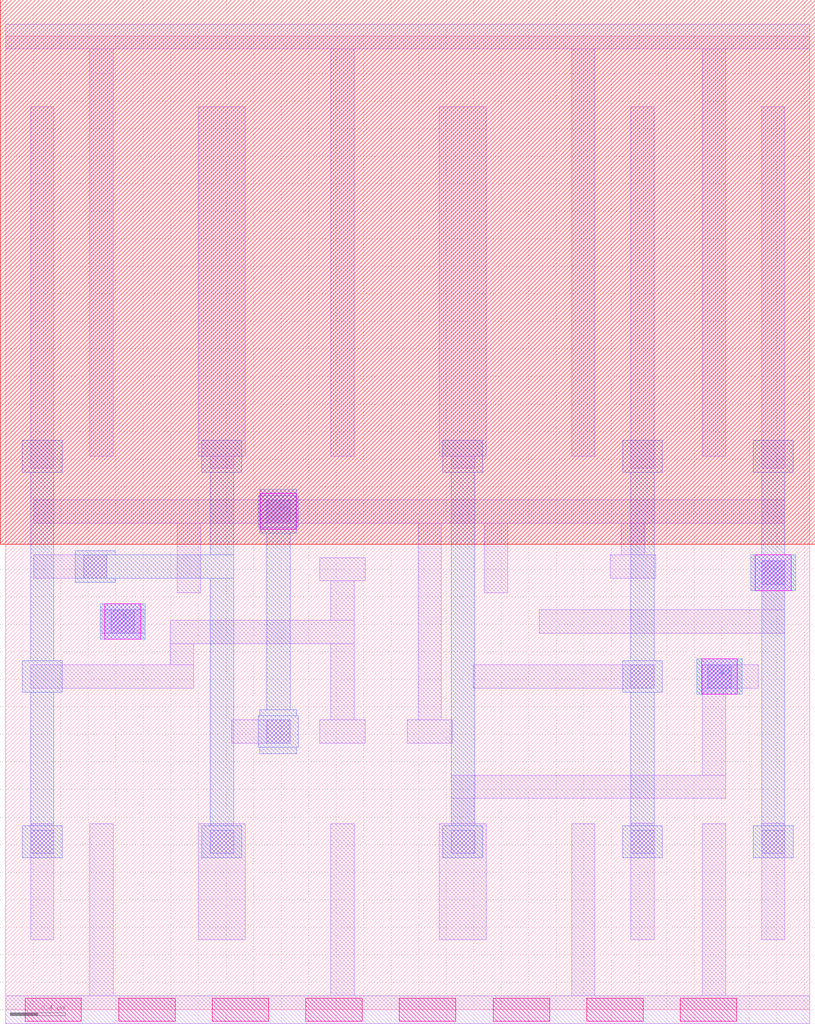
<source format=lef>
# Copyright 2020 The SkyWater PDK Authors
#
# Licensed under the Apache License, Version 2.0 (the "License");
# you may not use this file except in compliance with the License.
# You may obtain a copy of the License at
#
#     https://www.apache.org/licenses/LICENSE-2.0
#
# Unless required by applicable law or agreed to in writing, software
# distributed under the License is distributed on an "AS IS" BASIS,
# WITHOUT WARRANTIES OR CONDITIONS OF ANY KIND, either express or implied.
# See the License for the specific language governing permissions and
# limitations under the License.
#
# SPDX-License-Identifier: Apache-2.0

VERSION 5.7 ;
  NOWIREEXTENSIONATPIN ON ;
  DIVIDERCHAR "/" ;
  BUSBITCHARS "[]" ;
MACRO sky130_fd_bd_sram__openram_dff
  CLASS BLOCK ;
  FOREIGN sky130_fd_bd_sram__openram_dff ;
  ORIGIN  0.000000  0.000000 ;
  SIZE  5.840000 BY  7.070000 ;
  PIN CLK
    ANTENNAGATEAREA  1.800000 ;
    PORT
      LAYER met2 ;
        RECT 1.845000 3.460000 2.115000 3.780000 ;
    END
  END CLK
  PIN D
    ANTENNAGATEAREA  0.600000 ;
    PORT
      LAYER met2 ;
        RECT 0.685000 2.690000 1.015000 2.950000 ;
    END
  END D
  PIN Q
    ANTENNADIFFAREA  1.060000 ;
    ANTENNAGATEAREA  0.600000 ;
    PORT
      LAYER met2 ;
        RECT 5.410000 3.045000 5.740000 3.305000 ;
    END
  END Q
  PIN Q_N
    ANTENNADIFFAREA  1.800000 ;
    ANTENNAGATEAREA  0.600000 ;
    PORT
      LAYER met2 ;
        RECT 5.020000 2.290000 5.350000 2.550000 ;
    END
  END Q_N
  OBS
    LAYER li1 ;
      RECT 0.000000 -0.100000 5.840000 0.100000 ;
      RECT 0.000000  6.980000 5.840000 7.160000 ;
      RECT 0.180000  0.510000 0.350000 1.350000 ;
      RECT 0.180000  2.335000 1.365000 2.505000 ;
      RECT 0.180000  3.935000 0.350000 6.560000 ;
      RECT 0.205000  3.135000 0.735000 3.305000 ;
      RECT 0.205000  3.535000 5.660000 3.705000 ;
      RECT 0.610000  0.100000 0.780000 1.350000 ;
      RECT 0.610000  4.020000 0.780000 6.980000 ;
      RECT 0.685000  2.735000 1.015000 2.905000 ;
      RECT 1.195000  2.505000 1.365000 2.660000 ;
      RECT 1.195000  2.660000 2.530000 2.830000 ;
      RECT 1.245000  3.030000 1.415000 3.535000 ;
      RECT 1.400000  0.510000 1.740000 1.350000 ;
      RECT 1.400000  4.020000 1.740000 6.560000 ;
      RECT 1.485000  3.935000 1.655000 4.020000 ;
      RECT 1.640000  1.935000 2.065000 2.105000 ;
      RECT 2.280000  1.935000 2.610000 2.105000 ;
      RECT 2.280000  3.115000 2.610000 3.285000 ;
      RECT 2.360000  0.100000 2.530000 1.350000 ;
      RECT 2.360000  2.105000 2.530000 2.660000 ;
      RECT 2.360000  2.830000 2.530000 3.115000 ;
      RECT 2.360000  4.020000 2.530000 6.980000 ;
      RECT 2.915000  1.935000 3.245000 2.105000 ;
      RECT 2.995000  2.105000 3.165000 3.535000 ;
      RECT 3.150000  0.510000 3.490000 1.350000 ;
      RECT 3.150000  4.020000 3.490000 6.560000 ;
      RECT 3.235000  1.350000 3.405000 1.535000 ;
      RECT 3.235000  1.535000 5.230000 1.705000 ;
      RECT 3.235000  3.935000 3.405000 4.020000 ;
      RECT 3.395000  2.335000 4.710000 2.505000 ;
      RECT 3.475000  3.030000 3.645000 3.535000 ;
      RECT 3.875000  2.735000 5.660000 2.905000 ;
      RECT 4.110000  0.100000 4.280000 1.350000 ;
      RECT 4.110000  4.020000 4.280000 6.980000 ;
      RECT 4.390000  3.135000 4.720000 3.305000 ;
      RECT 4.470000  3.305000 4.640000 3.535000 ;
      RECT 4.540000  0.510000 4.710000 1.355000 ;
      RECT 4.540000  3.935000 4.710000 6.560000 ;
      RECT 5.060000  0.100000 5.230000 1.350000 ;
      RECT 5.060000  1.705000 5.230000 2.335000 ;
      RECT 5.060000  2.335000 5.465000 2.505000 ;
      RECT 5.060000  4.020000 5.230000 6.980000 ;
      RECT 5.490000  0.510000 5.660000 1.355000 ;
      RECT 5.490000  2.905000 5.660000 3.260000 ;
      RECT 5.490000  3.935000 5.660000 6.560000 ;
    LAYER mcon ;
      RECT 0.180000 1.135000 0.350000 1.305000 ;
      RECT 0.565000 3.135000 0.735000 3.305000 ;
      RECT 0.765000 2.735000 0.935000 2.905000 ;
      RECT 1.485000 1.135000 1.655000 1.305000 ;
      RECT 1.895000 1.935000 2.065000 2.105000 ;
      RECT 1.895000 3.535000 2.065000 3.705000 ;
      RECT 3.235000 1.135000 3.405000 1.305000 ;
      RECT 4.540000 1.135000 4.710000 1.305000 ;
      RECT 4.540000 2.335000 4.710000 2.505000 ;
      RECT 5.100000 2.335000 5.270000 2.505000 ;
      RECT 5.490000 1.135000 5.660000 1.305000 ;
      RECT 5.490000 3.090000 5.660000 3.260000 ;
    LAYER met1 ;
      RECT 0.120000 1.105000 0.410000 1.335000 ;
      RECT 0.120000 2.305000 0.410000 2.535000 ;
      RECT 0.120000 3.905000 0.410000 4.135000 ;
      RECT 0.180000 1.335000 0.350000 2.305000 ;
      RECT 0.180000 2.535000 0.350000 3.905000 ;
      RECT 0.505000 3.105000 0.795000 3.135000 ;
      RECT 0.505000 3.135000 1.655000 3.305000 ;
      RECT 0.505000 3.305000 0.795000 3.335000 ;
      RECT 0.685000 2.690000 1.015000 2.950000 ;
      RECT 1.425000 1.105000 1.715000 1.335000 ;
      RECT 1.425000 3.905000 1.715000 4.135000 ;
      RECT 1.485000 1.335000 1.655000 3.135000 ;
      RECT 1.485000 3.305000 1.655000 3.905000 ;
      RECT 1.835000 1.905000 2.125000 2.135000 ;
      RECT 1.835000 3.505000 2.125000 3.735000 ;
      RECT 1.845000 1.860000 2.115000 1.905000 ;
      RECT 1.845000 2.135000 2.115000 2.180000 ;
      RECT 1.845000 3.460000 2.115000 3.505000 ;
      RECT 1.845000 3.735000 2.115000 3.780000 ;
      RECT 1.895000 2.180000 2.065000 3.460000 ;
      RECT 3.175000 1.105000 3.465000 1.335000 ;
      RECT 3.175000 3.905000 3.465000 4.135000 ;
      RECT 3.235000 1.335000 3.405000 3.905000 ;
      RECT 4.480000 1.105000 4.770000 1.335000 ;
      RECT 4.480000 2.305000 4.770000 2.535000 ;
      RECT 4.480000 3.905000 4.770000 4.135000 ;
      RECT 4.540000 1.335000 4.710000 2.305000 ;
      RECT 4.540000 2.535000 4.710000 3.905000 ;
      RECT 5.020000 2.290000 5.350000 2.550000 ;
      RECT 5.410000 3.045000 5.740000 3.305000 ;
      RECT 5.430000 1.105000 5.720000 1.335000 ;
      RECT 5.430000 3.905000 5.720000 4.135000 ;
      RECT 5.490000 1.335000 5.660000 3.045000 ;
      RECT 5.490000 3.305000 5.660000 3.905000 ;
    LAYER nwell ;
      RECT -0.040000 3.380000 5.880000 7.335000 ;
    LAYER pwell ;
      RECT 0.140000 -0.085000 0.550000 0.085000 ;
      RECT 0.820000 -0.085000 1.230000 0.085000 ;
      RECT 1.500000 -0.085000 1.910000 0.085000 ;
      RECT 2.180000 -0.085000 2.590000 0.085000 ;
      RECT 2.860000 -0.085000 3.270000 0.085000 ;
      RECT 3.540000 -0.085000 3.950000 0.085000 ;
      RECT 4.220000 -0.085000 4.630000 0.085000 ;
      RECT 4.900000 -0.085000 5.310000 0.085000 ;
    LAYER via ;
      RECT 0.720000 2.690000 0.980000 2.950000 ;
      RECT 1.850000 3.490000 2.110000 3.750000 ;
      RECT 5.055000 2.290000 5.315000 2.550000 ;
      RECT 5.445000 3.045000 5.705000 3.305000 ;
  END
END sky130_fd_bd_sram__openram_dff
END LIBRARY

</source>
